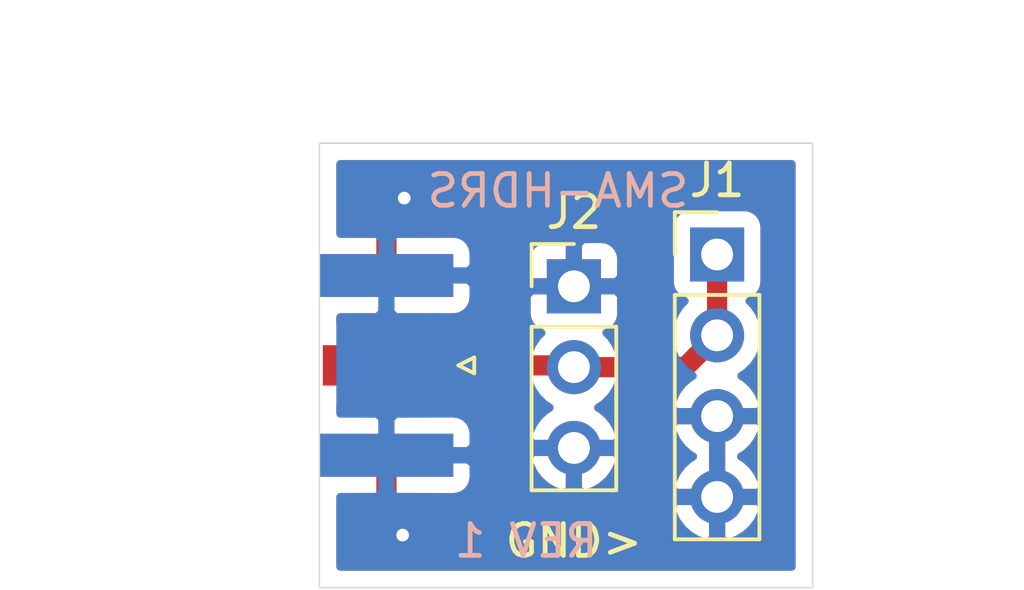
<source format=kicad_pcb>
(kicad_pcb (version 20171130) (host pcbnew "(5.1.10)-1")

  (general
    (thickness 1.6)
    (drawings 9)
    (tracks 12)
    (zones 0)
    (modules 3)
    (nets 3)
  )

  (page A4)
  (layers
    (0 F.Cu signal)
    (31 B.Cu signal hide)
    (36 B.SilkS user)
    (37 F.SilkS user)
    (38 B.Mask user)
    (39 F.Mask user)
    (40 Dwgs.User user)
    (42 Eco1.User user)
    (44 Edge.Cuts user)
    (45 Margin user)
    (46 B.CrtYd user)
    (47 F.CrtYd user)
  )

  (setup
    (last_trace_width 0.25)
    (user_trace_width 0.635)
    (trace_clearance 0.2)
    (zone_clearance 0.508)
    (zone_45_only no)
    (trace_min 0.2)
    (via_size 0.8)
    (via_drill 0.4)
    (via_min_size 0.4)
    (via_min_drill 0.3)
    (uvia_size 0.3)
    (uvia_drill 0.1)
    (uvias_allowed no)
    (uvia_min_size 0.2)
    (uvia_min_drill 0.1)
    (edge_width 0.05)
    (segment_width 0.2)
    (pcb_text_width 0.3)
    (pcb_text_size 1.5 1.5)
    (mod_edge_width 0.12)
    (mod_text_size 1 1)
    (mod_text_width 0.15)
    (pad_size 1.524 1.524)
    (pad_drill 0.762)
    (pad_to_mask_clearance 0)
    (aux_axis_origin 0 0)
    (grid_origin 27.94 22.86)
    (visible_elements 7FFFFF7F)
    (pcbplotparams
      (layerselection 0x010f0_ffffffff)
      (usegerberextensions true)
      (usegerberattributes true)
      (usegerberadvancedattributes true)
      (creategerberjobfile true)
      (excludeedgelayer true)
      (linewidth 0.100000)
      (plotframeref false)
      (viasonmask false)
      (mode 1)
      (useauxorigin true)
      (hpglpennumber 1)
      (hpglpenspeed 20)
      (hpglpendiameter 15.000000)
      (psnegative false)
      (psa4output false)
      (plotreference true)
      (plotvalue true)
      (plotinvisibletext false)
      (padsonsilk false)
      (subtractmaskfromsilk false)
      (outputformat 1)
      (mirror false)
      (drillshape 0)
      (scaleselection 1)
      (outputdirectory "PLOTS/"))
  )

  (net 0 "")
  (net 1 /SIG)
  (net 2 /GND)

  (net_class Default "This is the default net class."
    (clearance 0.2)
    (trace_width 0.25)
    (via_dia 0.8)
    (via_drill 0.4)
    (uvia_dia 0.3)
    (uvia_drill 0.1)
    (add_net /GND)
    (add_net /SIG)
  )

  (module Connector_Coaxial:SMA_Samtec_SMA-J-P-H-ST-EM1_EdgeMount (layer F.Cu) (tedit 5BA382C0) (tstamp 615A06A1)
    (at 30.0482 29.845 180)
    (descr http://suddendocs.samtec.com/prints/sma-j-p-x-st-em1-mkt.pdf)
    (tags SMA)
    (path /6138F9CC)
    (attr smd)
    (fp_text reference P1 (at -3.5 0 90) (layer F.SilkS) hide
      (effects (font (size 1 1) (thickness 0.15)))
    )
    (fp_text value SMA (at 5 5.9) (layer F.Fab)
      (effects (font (size 1 1) (thickness 0.15)))
    )
    (fp_line (start 2.1 -3.5) (end 2.1 3.5) (layer Dwgs.User) (width 0.1))
    (fp_line (start 3 4.5) (end 3 4) (layer B.CrtYd) (width 0.05))
    (fp_line (start 12.12 4.5) (end 3 4.5) (layer B.CrtYd) (width 0.05))
    (fp_line (start 3 -4.5) (end 3 -4) (layer B.CrtYd) (width 0.05))
    (fp_line (start 12.12 -4.5) (end 3 -4.5) (layer B.CrtYd) (width 0.05))
    (fp_line (start 3 -4.5) (end 3 -4) (layer F.CrtYd) (width 0.05))
    (fp_line (start 12.12 -4.5) (end 3 -4.5) (layer F.CrtYd) (width 0.05))
    (fp_line (start 3 4.5) (end 3 4) (layer F.CrtYd) (width 0.05))
    (fp_line (start 12.12 4.5) (end 3 4.5) (layer F.CrtYd) (width 0.05))
    (fp_line (start -1.71 3.175) (end 11.62 3.175) (layer F.Fab) (width 0.1))
    (fp_line (start -1.71 2.365) (end -1.71 3.175) (layer F.Fab) (width 0.1))
    (fp_line (start 2.1 2.365) (end -1.71 2.365) (layer F.Fab) (width 0.1))
    (fp_line (start 2.1 -2.365) (end 2.1 2.365) (layer F.Fab) (width 0.1))
    (fp_line (start -1.71 -2.365) (end 2.1 -2.365) (layer F.Fab) (width 0.1))
    (fp_line (start -1.71 -3.175) (end -1.71 -2.365) (layer F.Fab) (width 0.1))
    (fp_line (start -1.71 -3.175) (end 11.62 -3.175) (layer F.Fab) (width 0.1))
    (fp_line (start 11.62 -3.165) (end 11.62 3.165) (layer F.Fab) (width 0.1))
    (fp_line (start -2.6 4) (end -2.6 -4) (layer B.CrtYd) (width 0.05))
    (fp_line (start 3 4) (end -2.6 4) (layer B.CrtYd) (width 0.05))
    (fp_line (start 12.12 -4.5) (end 12.12 4.5) (layer B.CrtYd) (width 0.05))
    (fp_line (start 3 -4) (end -2.6 -4) (layer B.CrtYd) (width 0.05))
    (fp_line (start -2.6 4) (end -2.6 -4) (layer F.CrtYd) (width 0.05))
    (fp_line (start 3 4) (end -2.6 4) (layer F.CrtYd) (width 0.05))
    (fp_line (start 12.12 -4.5) (end 12.12 4.5) (layer F.CrtYd) (width 0.05))
    (fp_line (start 3 -4) (end -2.6 -4) (layer F.CrtYd) (width 0.05))
    (fp_line (start 2.1 -0.75) (end 3.1 0) (layer F.Fab) (width 0.1))
    (fp_line (start 3.1 0) (end 2.1 0.75) (layer F.Fab) (width 0.1))
    (fp_line (start -2.26 0) (end -2.76 -0.25) (layer F.SilkS) (width 0.12))
    (fp_line (start -2.76 -0.25) (end -2.76 0.25) (layer F.SilkS) (width 0.12))
    (fp_line (start -2.76 0.25) (end -2.26 0) (layer F.SilkS) (width 0.12))
    (fp_text user "PCB Edge" (at 2.6 0 90) (layer Dwgs.User)
      (effects (font (size 0.5 0.5) (thickness 0.1)))
    )
    (fp_text user %R (at 4.79 0 270) (layer F.Fab)
      (effects (font (size 1 1) (thickness 0.15)))
    )
    (pad 1 smd rect (at 0.2 0 270) (size 1.27 3.6) (layers F.Cu F.Paste F.Mask)
      (net 1 /SIG))
    (pad 2 smd rect (at 0 -2.825 270) (size 1.35 4.2) (layers F.Cu F.Paste F.Mask)
      (net 2 /GND))
    (pad 2 smd rect (at 0 2.825 270) (size 1.35 4.2) (layers F.Cu F.Paste F.Mask)
      (net 2 /GND))
    (pad 2 smd rect (at 0 -2.825 270) (size 1.35 4.2) (layers B.Cu B.Paste B.Mask)
      (net 2 /GND))
    (pad 2 smd rect (at 0 2.825 270) (size 1.35 4.2) (layers B.Cu B.Paste B.Mask)
      (net 2 /GND))
    (model ${KISYS3DMOD}/Connector_Coaxial.3dshapes/SMA_Samtec_SMA-J-P-H-ST-EM1_EdgeMount.wrl
      (at (xyz 0 0 0))
      (scale (xyz 1 1 1))
      (rotate (xyz 0 0 0))
    )
  )

  (module Connector_PinHeader_2.54mm:PinHeader_1x04_P2.54mm_Vertical (layer F.Cu) (tedit 59FED5CC) (tstamp 618CEDC7)
    (at 40.44 26.36)
    (descr "Through hole straight pin header, 1x04, 2.54mm pitch, single row")
    (tags "Through hole pin header THT 1x04 2.54mm single row")
    (path /618D0BB6)
    (fp_text reference J1 (at 0 -2.33) (layer F.SilkS)
      (effects (font (size 1 1) (thickness 0.15)))
    )
    (fp_text value Conn_01x04 (at 0 9.95) (layer F.Fab)
      (effects (font (size 1 1) (thickness 0.15)))
    )
    (fp_line (start -0.635 -1.27) (end 1.27 -1.27) (layer F.Fab) (width 0.1))
    (fp_line (start 1.27 -1.27) (end 1.27 8.89) (layer F.Fab) (width 0.1))
    (fp_line (start 1.27 8.89) (end -1.27 8.89) (layer F.Fab) (width 0.1))
    (fp_line (start -1.27 8.89) (end -1.27 -0.635) (layer F.Fab) (width 0.1))
    (fp_line (start -1.27 -0.635) (end -0.635 -1.27) (layer F.Fab) (width 0.1))
    (fp_line (start -1.33 8.95) (end 1.33 8.95) (layer F.SilkS) (width 0.12))
    (fp_line (start -1.33 1.27) (end -1.33 8.95) (layer F.SilkS) (width 0.12))
    (fp_line (start 1.33 1.27) (end 1.33 8.95) (layer F.SilkS) (width 0.12))
    (fp_line (start -1.33 1.27) (end 1.33 1.27) (layer F.SilkS) (width 0.12))
    (fp_line (start -1.33 0) (end -1.33 -1.33) (layer F.SilkS) (width 0.12))
    (fp_line (start -1.33 -1.33) (end 0 -1.33) (layer F.SilkS) (width 0.12))
    (fp_line (start -1.8 -1.8) (end -1.8 9.4) (layer F.CrtYd) (width 0.05))
    (fp_line (start -1.8 9.4) (end 1.8 9.4) (layer F.CrtYd) (width 0.05))
    (fp_line (start 1.8 9.4) (end 1.8 -1.8) (layer F.CrtYd) (width 0.05))
    (fp_line (start 1.8 -1.8) (end -1.8 -1.8) (layer F.CrtYd) (width 0.05))
    (fp_text user %R (at 0 3.81 90) (layer F.Fab)
      (effects (font (size 1 1) (thickness 0.15)))
    )
    (pad 1 thru_hole rect (at 0 0) (size 1.7 1.7) (drill 1) (layers *.Cu *.Mask)
      (net 1 /SIG))
    (pad 2 thru_hole oval (at 0 2.54) (size 1.7 1.7) (drill 1) (layers *.Cu *.Mask)
      (net 1 /SIG))
    (pad 3 thru_hole oval (at 0 5.08) (size 1.7 1.7) (drill 1) (layers *.Cu *.Mask)
      (net 2 /GND))
    (pad 4 thru_hole oval (at 0 7.62) (size 1.7 1.7) (drill 1) (layers *.Cu *.Mask)
      (net 2 /GND))
    (model ${KISYS3DMOD}/Connector_PinHeader_2.54mm.3dshapes/PinHeader_1x04_P2.54mm_Vertical.wrl
      (at (xyz 0 0 0))
      (scale (xyz 1 1 1))
      (rotate (xyz 0 0 0))
    )
  )

  (module Connector_PinHeader_2.54mm:PinHeader_1x03_P2.54mm_Vertical (layer F.Cu) (tedit 59FED5CC) (tstamp 618CEDDE)
    (at 35.94 27.36)
    (descr "Through hole straight pin header, 1x03, 2.54mm pitch, single row")
    (tags "Through hole pin header THT 1x03 2.54mm single row")
    (path /618D16BB)
    (fp_text reference J2 (at 0 -2.33) (layer F.SilkS)
      (effects (font (size 1 1) (thickness 0.15)))
    )
    (fp_text value Conn_01x03 (at 0 7.41) (layer F.Fab)
      (effects (font (size 1 1) (thickness 0.15)))
    )
    (fp_line (start -0.635 -1.27) (end 1.27 -1.27) (layer F.Fab) (width 0.1))
    (fp_line (start 1.27 -1.27) (end 1.27 6.35) (layer F.Fab) (width 0.1))
    (fp_line (start 1.27 6.35) (end -1.27 6.35) (layer F.Fab) (width 0.1))
    (fp_line (start -1.27 6.35) (end -1.27 -0.635) (layer F.Fab) (width 0.1))
    (fp_line (start -1.27 -0.635) (end -0.635 -1.27) (layer F.Fab) (width 0.1))
    (fp_line (start -1.33 6.41) (end 1.33 6.41) (layer F.SilkS) (width 0.12))
    (fp_line (start -1.33 1.27) (end -1.33 6.41) (layer F.SilkS) (width 0.12))
    (fp_line (start 1.33 1.27) (end 1.33 6.41) (layer F.SilkS) (width 0.12))
    (fp_line (start -1.33 1.27) (end 1.33 1.27) (layer F.SilkS) (width 0.12))
    (fp_line (start -1.33 0) (end -1.33 -1.33) (layer F.SilkS) (width 0.12))
    (fp_line (start -1.33 -1.33) (end 0 -1.33) (layer F.SilkS) (width 0.12))
    (fp_line (start -1.8 -1.8) (end -1.8 6.85) (layer F.CrtYd) (width 0.05))
    (fp_line (start -1.8 6.85) (end 1.8 6.85) (layer F.CrtYd) (width 0.05))
    (fp_line (start 1.8 6.85) (end 1.8 -1.8) (layer F.CrtYd) (width 0.05))
    (fp_line (start 1.8 -1.8) (end -1.8 -1.8) (layer F.CrtYd) (width 0.05))
    (fp_text user %R (at 0 2.54 90) (layer F.Fab)
      (effects (font (size 1 1) (thickness 0.15)))
    )
    (pad 1 thru_hole rect (at 0 0) (size 1.7 1.7) (drill 1) (layers *.Cu *.Mask)
      (net 2 /GND))
    (pad 2 thru_hole oval (at 0 2.54) (size 1.7 1.7) (drill 1) (layers *.Cu *.Mask)
      (net 1 /SIG))
    (pad 3 thru_hole oval (at 0 5.08) (size 1.7 1.7) (drill 1) (layers *.Cu *.Mask)
      (net 2 /GND))
    (model ${KISYS3DMOD}/Connector_PinHeader_2.54mm.3dshapes/PinHeader_1x03_P2.54mm_Vertical.wrl
      (at (xyz 0 0 0))
      (scale (xyz 1 1 1))
      (rotate (xyz 0 0 0))
    )
  )

  (gr_text SMA-HDRS (at 35.44 24.36) (layer B.SilkS)
    (effects (font (size 1 1) (thickness 0.15)) (justify mirror))
  )
  (gr_text "REV 1" (at 34.44 35.36) (layer B.SilkS)
    (effects (font (size 1 1) (thickness 0.15)) (justify mirror))
  )
  (gr_text GND> (at 35.94 35.36) (layer F.SilkS)
    (effects (font (size 1 1) (thickness 0.15)))
  )
  (dimension 15.5 (width 0.15) (layer Dwgs.User)
    (gr_text "0.6102362205 in" (at 35.69 19.06) (layer Dwgs.User)
      (effects (font (size 1 1) (thickness 0.15)))
    )
    (feature1 (pts (xy 43.44 22.86) (xy 43.44 19.773579)))
    (feature2 (pts (xy 27.94 22.86) (xy 27.94 19.773579)))
    (crossbar (pts (xy 27.94 20.36) (xy 43.44 20.36)))
    (arrow1a (pts (xy 43.44 20.36) (xy 42.313496 20.946421)))
    (arrow1b (pts (xy 43.44 20.36) (xy 42.313496 19.773579)))
    (arrow2a (pts (xy 27.94 20.36) (xy 29.066504 20.946421)))
    (arrow2b (pts (xy 27.94 20.36) (xy 29.066504 19.773579)))
  )
  (dimension 13.97 (width 0.15) (layer Dwgs.User)
    (gr_text "0.5500 in" (at 48.74 29.845 90) (layer Dwgs.User)
      (effects (font (size 1 1) (thickness 0.15)))
    )
    (feature1 (pts (xy 43.63 22.86) (xy 48.026421 22.86)))
    (feature2 (pts (xy 43.63 36.83) (xy 48.026421 36.83)))
    (crossbar (pts (xy 47.44 36.83) (xy 47.44 22.86)))
    (arrow1a (pts (xy 47.44 22.86) (xy 48.026421 23.986504)))
    (arrow1b (pts (xy 47.44 22.86) (xy 46.853579 23.986504)))
    (arrow2a (pts (xy 47.44 36.83) (xy 48.026421 35.703496)))
    (arrow2b (pts (xy 47.44 36.83) (xy 46.853579 35.703496)))
  )
  (gr_line (start 43.44 36.83) (end 43.44 22.86) (layer Edge.Cuts) (width 0.05) (tstamp 6144C5EB))
  (gr_line (start 27.94 36.83) (end 43.44 36.83) (layer Edge.Cuts) (width 0.05))
  (gr_line (start 27.94 22.86) (end 27.94 36.83) (layer Edge.Cuts) (width 0.05))
  (gr_line (start 27.94 22.86) (end 43.44 22.86) (layer Edge.Cuts) (width 0.05))

  (segment (start 35.885 29.845) (end 35.94 29.9) (width 0.635) (layer F.Cu) (net 1))
  (segment (start 29.8482 29.845) (end 35.885 29.845) (width 0.635) (layer F.Cu) (net 1))
  (segment (start 39.44 29.9) (end 40.44 28.9) (width 0.635) (layer F.Cu) (net 1))
  (segment (start 35.94 29.9) (end 39.44 29.9) (width 0.635) (layer F.Cu) (net 1))
  (segment (start 40.44 28.9) (end 40.44 26.36) (width 0.635) (layer F.Cu) (net 1))
  (via (at 30.607 24.5872) (size 0.8) (drill 0.4) (layers F.Cu B.Cu) (net 2))
  (via (at 30.5562 35.179) (size 0.8) (drill 0.4) (layers F.Cu B.Cu) (net 2))
  (segment (start 35.71 32.67) (end 35.94 32.44) (width 0.635) (layer F.Cu) (net 2))
  (segment (start 30.0482 25.146) (end 30.607 24.5872) (width 0.635) (layer F.Cu) (net 2))
  (segment (start 30.0482 27.02) (end 30.0482 25.146) (width 0.635) (layer F.Cu) (net 2))
  (segment (start 30.0482 34.671) (end 30.5562 35.179) (width 0.635) (layer F.Cu) (net 2))
  (segment (start 30.0482 32.67) (end 30.0482 34.671) (width 0.635) (layer F.Cu) (net 2))

  (zone (net 2) (net_name /GND) (layer F.Cu) (tstamp 618CF041) (hatch edge 0.508)
    (connect_pads (clearance 0.508))
    (min_thickness 0.254)
    (fill yes (arc_segments 32) (thermal_gap 0.508) (thermal_bridge_width 0.508))
    (polygon
      (pts
        (xy 42.94 36.4744) (xy 27.9146 36.4744) (xy 27.9146 23.3426) (xy 42.94 23.3426)
      )
    )
    (filled_polygon
      (pts
        (xy 42.78 36.17) (xy 28.6 36.17) (xy 28.6 34.33689) (xy 38.998524 34.33689) (xy 39.043175 34.484099)
        (xy 39.168359 34.74692) (xy 39.342412 34.980269) (xy 39.558645 35.175178) (xy 39.808748 35.324157) (xy 40.083109 35.421481)
        (xy 40.313 35.300814) (xy 40.313 34.107) (xy 40.567 34.107) (xy 40.567 35.300814) (xy 40.796891 35.421481)
        (xy 41.071252 35.324157) (xy 41.321355 35.175178) (xy 41.537588 34.980269) (xy 41.711641 34.74692) (xy 41.836825 34.484099)
        (xy 41.881476 34.33689) (xy 41.760155 34.107) (xy 40.567 34.107) (xy 40.313 34.107) (xy 39.119845 34.107)
        (xy 38.998524 34.33689) (xy 28.6 34.33689) (xy 28.6 33.981968) (xy 29.76245 33.98) (xy 29.9212 33.82125)
        (xy 29.9212 32.797) (xy 30.1752 32.797) (xy 30.1752 33.82125) (xy 30.33395 33.98) (xy 32.1482 33.983072)
        (xy 32.272682 33.970812) (xy 32.39238 33.934502) (xy 32.502694 33.875537) (xy 32.599385 33.796185) (xy 32.678737 33.699494)
        (xy 32.737702 33.58918) (xy 32.774012 33.469482) (xy 32.786272 33.345) (xy 32.7832 32.95575) (xy 32.62445 32.797)
        (xy 30.1752 32.797) (xy 29.9212 32.797) (xy 29.9012 32.797) (xy 29.9012 32.79689) (xy 34.498524 32.79689)
        (xy 34.543175 32.944099) (xy 34.668359 33.20692) (xy 34.842412 33.440269) (xy 35.058645 33.635178) (xy 35.308748 33.784157)
        (xy 35.583109 33.881481) (xy 35.813 33.760814) (xy 35.813 32.567) (xy 36.067 32.567) (xy 36.067 33.760814)
        (xy 36.296891 33.881481) (xy 36.571252 33.784157) (xy 36.821355 33.635178) (xy 37.037588 33.440269) (xy 37.211641 33.20692)
        (xy 37.336825 32.944099) (xy 37.381476 32.79689) (xy 37.260155 32.567) (xy 36.067 32.567) (xy 35.813 32.567)
        (xy 34.619845 32.567) (xy 34.498524 32.79689) (xy 29.9012 32.79689) (xy 29.9012 32.543) (xy 29.9212 32.543)
        (xy 29.9212 31.51875) (xy 30.1752 31.51875) (xy 30.1752 32.543) (xy 32.62445 32.543) (xy 32.7832 32.38425)
        (xy 32.786272 31.995) (xy 32.774012 31.870518) (xy 32.737702 31.75082) (xy 32.678737 31.640506) (xy 32.599385 31.543815)
        (xy 32.502694 31.464463) (xy 32.39238 31.405498) (xy 32.272682 31.369188) (xy 32.1482 31.356928) (xy 30.33395 31.36)
        (xy 30.1752 31.51875) (xy 29.9212 31.51875) (xy 29.76245 31.36) (xy 28.6 31.358032) (xy 28.6 31.118072)
        (xy 31.6482 31.118072) (xy 31.772682 31.105812) (xy 31.89238 31.069502) (xy 32.002694 31.010537) (xy 32.099385 30.931185)
        (xy 32.178737 30.834494) (xy 32.198511 30.7975) (xy 34.753696 30.7975) (xy 34.786525 30.846632) (xy 34.993368 31.053475)
        (xy 35.175534 31.175195) (xy 35.058645 31.244822) (xy 34.842412 31.439731) (xy 34.668359 31.67308) (xy 34.543175 31.935901)
        (xy 34.498524 32.08311) (xy 34.619845 32.313) (xy 35.813 32.313) (xy 35.813 32.293) (xy 36.067 32.293)
        (xy 36.067 32.313) (xy 37.260155 32.313) (xy 37.381476 32.08311) (xy 37.336825 31.935901) (xy 37.270613 31.79689)
        (xy 38.998524 31.79689) (xy 39.043175 31.944099) (xy 39.168359 32.20692) (xy 39.342412 32.440269) (xy 39.558645 32.635178)
        (xy 39.684255 32.71) (xy 39.558645 32.784822) (xy 39.342412 32.979731) (xy 39.168359 33.21308) (xy 39.043175 33.475901)
        (xy 38.998524 33.62311) (xy 39.119845 33.853) (xy 40.313 33.853) (xy 40.313 31.567) (xy 40.567 31.567)
        (xy 40.567 33.853) (xy 41.760155 33.853) (xy 41.881476 33.62311) (xy 41.836825 33.475901) (xy 41.711641 33.21308)
        (xy 41.537588 32.979731) (xy 41.321355 32.784822) (xy 41.195745 32.71) (xy 41.321355 32.635178) (xy 41.537588 32.440269)
        (xy 41.711641 32.20692) (xy 41.836825 31.944099) (xy 41.881476 31.79689) (xy 41.760155 31.567) (xy 40.567 31.567)
        (xy 40.313 31.567) (xy 39.119845 31.567) (xy 38.998524 31.79689) (xy 37.270613 31.79689) (xy 37.211641 31.67308)
        (xy 37.037588 31.439731) (xy 36.821355 31.244822) (xy 36.704466 31.175195) (xy 36.886632 31.053475) (xy 37.087607 30.8525)
        (xy 39.0829 30.8525) (xy 39.043175 30.935901) (xy 38.998524 31.08311) (xy 39.119845 31.313) (xy 40.313 31.313)
        (xy 40.313 31.293) (xy 40.567 31.293) (xy 40.567 31.313) (xy 41.760155 31.313) (xy 41.881476 31.08311)
        (xy 41.836825 30.935901) (xy 41.711641 30.67308) (xy 41.537588 30.439731) (xy 41.321355 30.244822) (xy 41.204466 30.175195)
        (xy 41.386632 30.053475) (xy 41.593475 29.846632) (xy 41.75599 29.603411) (xy 41.867932 29.333158) (xy 41.925 29.04626)
        (xy 41.925 28.75374) (xy 41.867932 28.466842) (xy 41.75599 28.196589) (xy 41.593475 27.953368) (xy 41.46162 27.821513)
        (xy 41.53418 27.799502) (xy 41.644494 27.740537) (xy 41.741185 27.661185) (xy 41.820537 27.564494) (xy 41.879502 27.45418)
        (xy 41.915812 27.334482) (xy 41.928072 27.21) (xy 41.928072 25.51) (xy 41.915812 25.385518) (xy 41.879502 25.26582)
        (xy 41.820537 25.155506) (xy 41.741185 25.058815) (xy 41.644494 24.979463) (xy 41.53418 24.920498) (xy 41.414482 24.884188)
        (xy 41.29 24.871928) (xy 39.59 24.871928) (xy 39.465518 24.884188) (xy 39.34582 24.920498) (xy 39.235506 24.979463)
        (xy 39.138815 25.058815) (xy 39.059463 25.155506) (xy 39.000498 25.26582) (xy 38.964188 25.385518) (xy 38.951928 25.51)
        (xy 38.951928 27.21) (xy 38.964188 27.334482) (xy 39.000498 27.45418) (xy 39.059463 27.564494) (xy 39.138815 27.661185)
        (xy 39.235506 27.740537) (xy 39.34582 27.799502) (xy 39.41838 27.821513) (xy 39.286525 27.953368) (xy 39.12401 28.196589)
        (xy 39.012068 28.466842) (xy 38.955 28.75374) (xy 38.955 28.9475) (xy 37.087607 28.9475) (xy 36.96162 28.821513)
        (xy 37.03418 28.799502) (xy 37.144494 28.740537) (xy 37.241185 28.661185) (xy 37.320537 28.564494) (xy 37.379502 28.45418)
        (xy 37.415812 28.334482) (xy 37.428072 28.21) (xy 37.425 27.64575) (xy 37.26625 27.487) (xy 36.067 27.487)
        (xy 36.067 27.507) (xy 35.813 27.507) (xy 35.813 27.487) (xy 34.61375 27.487) (xy 34.455 27.64575)
        (xy 34.451928 28.21) (xy 34.464188 28.334482) (xy 34.500498 28.45418) (xy 34.559463 28.564494) (xy 34.638815 28.661185)
        (xy 34.735506 28.740537) (xy 34.84582 28.799502) (xy 34.91838 28.821513) (xy 34.847393 28.8925) (xy 32.198511 28.8925)
        (xy 32.178737 28.855506) (xy 32.099385 28.758815) (xy 32.002694 28.679463) (xy 31.89238 28.620498) (xy 31.772682 28.584188)
        (xy 31.6482 28.571928) (xy 28.6 28.571928) (xy 28.6 28.331968) (xy 29.76245 28.33) (xy 29.9212 28.17125)
        (xy 29.9212 27.147) (xy 30.1752 27.147) (xy 30.1752 28.17125) (xy 30.33395 28.33) (xy 32.1482 28.333072)
        (xy 32.272682 28.320812) (xy 32.39238 28.284502) (xy 32.502694 28.225537) (xy 32.599385 28.146185) (xy 32.678737 28.049494)
        (xy 32.737702 27.93918) (xy 32.774012 27.819482) (xy 32.786272 27.695) (xy 32.7832 27.30575) (xy 32.62445 27.147)
        (xy 30.1752 27.147) (xy 29.9212 27.147) (xy 29.9012 27.147) (xy 29.9012 26.893) (xy 29.9212 26.893)
        (xy 29.9212 25.86875) (xy 30.1752 25.86875) (xy 30.1752 26.893) (xy 32.62445 26.893) (xy 32.7832 26.73425)
        (xy 32.784969 26.51) (xy 34.451928 26.51) (xy 34.455 27.07425) (xy 34.61375 27.233) (xy 35.813 27.233)
        (xy 35.813 26.03375) (xy 36.067 26.03375) (xy 36.067 27.233) (xy 37.26625 27.233) (xy 37.425 27.07425)
        (xy 37.428072 26.51) (xy 37.415812 26.385518) (xy 37.379502 26.26582) (xy 37.320537 26.155506) (xy 37.241185 26.058815)
        (xy 37.144494 25.979463) (xy 37.03418 25.920498) (xy 36.914482 25.884188) (xy 36.79 25.871928) (xy 36.22575 25.875)
        (xy 36.067 26.03375) (xy 35.813 26.03375) (xy 35.65425 25.875) (xy 35.09 25.871928) (xy 34.965518 25.884188)
        (xy 34.84582 25.920498) (xy 34.735506 25.979463) (xy 34.638815 26.058815) (xy 34.559463 26.155506) (xy 34.500498 26.26582)
        (xy 34.464188 26.385518) (xy 34.451928 26.51) (xy 32.784969 26.51) (xy 32.786272 26.345) (xy 32.774012 26.220518)
        (xy 32.737702 26.10082) (xy 32.678737 25.990506) (xy 32.599385 25.893815) (xy 32.502694 25.814463) (xy 32.39238 25.755498)
        (xy 32.272682 25.719188) (xy 32.1482 25.706928) (xy 30.33395 25.71) (xy 30.1752 25.86875) (xy 29.9212 25.86875)
        (xy 29.76245 25.71) (xy 28.6 25.708032) (xy 28.6 23.52) (xy 42.780001 23.52)
      )
    )
  )
  (zone (net 2) (net_name /GND) (layer B.Cu) (tstamp 618CF03E) (hatch edge 0.508)
    (connect_pads (clearance 0.508))
    (min_thickness 0.254)
    (fill yes (arc_segments 32) (thermal_gap 0.508) (thermal_bridge_width 0.508))
    (polygon
      (pts
        (xy 42.9273 36.5252) (xy 27.8638 36.4236) (xy 27.9654 23.3426) (xy 42.9527 23.3426)
      )
    )
    (filled_polygon
      (pts
        (xy 42.78 36.17) (xy 28.6 36.17) (xy 28.6 34.33689) (xy 38.998524 34.33689) (xy 39.043175 34.484099)
        (xy 39.168359 34.74692) (xy 39.342412 34.980269) (xy 39.558645 35.175178) (xy 39.808748 35.324157) (xy 40.083109 35.421481)
        (xy 40.313 35.300814) (xy 40.313 34.107) (xy 40.567 34.107) (xy 40.567 35.300814) (xy 40.796891 35.421481)
        (xy 41.071252 35.324157) (xy 41.321355 35.175178) (xy 41.537588 34.980269) (xy 41.711641 34.74692) (xy 41.836825 34.484099)
        (xy 41.881476 34.33689) (xy 41.760155 34.107) (xy 40.567 34.107) (xy 40.313 34.107) (xy 39.119845 34.107)
        (xy 38.998524 34.33689) (xy 28.6 34.33689) (xy 28.6 33.981968) (xy 29.76245 33.98) (xy 29.9212 33.82125)
        (xy 29.9212 32.797) (xy 30.1752 32.797) (xy 30.1752 33.82125) (xy 30.33395 33.98) (xy 32.1482 33.983072)
        (xy 32.272682 33.970812) (xy 32.39238 33.934502) (xy 32.502694 33.875537) (xy 32.599385 33.796185) (xy 32.678737 33.699494)
        (xy 32.737702 33.58918) (xy 32.774012 33.469482) (xy 32.786272 33.345) (xy 32.7832 32.95575) (xy 32.62445 32.797)
        (xy 30.1752 32.797) (xy 29.9212 32.797) (xy 29.9012 32.797) (xy 29.9012 32.79689) (xy 34.498524 32.79689)
        (xy 34.543175 32.944099) (xy 34.668359 33.20692) (xy 34.842412 33.440269) (xy 35.058645 33.635178) (xy 35.308748 33.784157)
        (xy 35.583109 33.881481) (xy 35.813 33.760814) (xy 35.813 32.567) (xy 36.067 32.567) (xy 36.067 33.760814)
        (xy 36.296891 33.881481) (xy 36.571252 33.784157) (xy 36.821355 33.635178) (xy 37.037588 33.440269) (xy 37.211641 33.20692)
        (xy 37.336825 32.944099) (xy 37.381476 32.79689) (xy 37.260155 32.567) (xy 36.067 32.567) (xy 35.813 32.567)
        (xy 34.619845 32.567) (xy 34.498524 32.79689) (xy 29.9012 32.79689) (xy 29.9012 32.543) (xy 29.9212 32.543)
        (xy 29.9212 31.51875) (xy 30.1752 31.51875) (xy 30.1752 32.543) (xy 32.62445 32.543) (xy 32.7832 32.38425)
        (xy 32.786272 31.995) (xy 32.774012 31.870518) (xy 32.737702 31.75082) (xy 32.678737 31.640506) (xy 32.599385 31.543815)
        (xy 32.502694 31.464463) (xy 32.39238 31.405498) (xy 32.272682 31.369188) (xy 32.1482 31.356928) (xy 30.33395 31.36)
        (xy 30.1752 31.51875) (xy 29.9212 31.51875) (xy 29.76245 31.36) (xy 28.6 31.358032) (xy 28.6 28.331968)
        (xy 29.76245 28.33) (xy 29.9212 28.17125) (xy 29.9212 27.147) (xy 30.1752 27.147) (xy 30.1752 28.17125)
        (xy 30.33395 28.33) (xy 32.1482 28.333072) (xy 32.272682 28.320812) (xy 32.39238 28.284502) (xy 32.502694 28.225537)
        (xy 32.521625 28.21) (xy 34.451928 28.21) (xy 34.464188 28.334482) (xy 34.500498 28.45418) (xy 34.559463 28.564494)
        (xy 34.638815 28.661185) (xy 34.735506 28.740537) (xy 34.84582 28.799502) (xy 34.91838 28.821513) (xy 34.786525 28.953368)
        (xy 34.62401 29.196589) (xy 34.512068 29.466842) (xy 34.455 29.75374) (xy 34.455 30.04626) (xy 34.512068 30.333158)
        (xy 34.62401 30.603411) (xy 34.786525 30.846632) (xy 34.993368 31.053475) (xy 35.175534 31.175195) (xy 35.058645 31.244822)
        (xy 34.842412 31.439731) (xy 34.668359 31.67308) (xy 34.543175 31.935901) (xy 34.498524 32.08311) (xy 34.619845 32.313)
        (xy 35.813 32.313) (xy 35.813 32.293) (xy 36.067 32.293) (xy 36.067 32.313) (xy 37.260155 32.313)
        (xy 37.381476 32.08311) (xy 37.336825 31.935901) (xy 37.270613 31.79689) (xy 38.998524 31.79689) (xy 39.043175 31.944099)
        (xy 39.168359 32.20692) (xy 39.342412 32.440269) (xy 39.558645 32.635178) (xy 39.684255 32.71) (xy 39.558645 32.784822)
        (xy 39.342412 32.979731) (xy 39.168359 33.21308) (xy 39.043175 33.475901) (xy 38.998524 33.62311) (xy 39.119845 33.853)
        (xy 40.313 33.853) (xy 40.313 31.567) (xy 40.567 31.567) (xy 40.567 33.853) (xy 41.760155 33.853)
        (xy 41.881476 33.62311) (xy 41.836825 33.475901) (xy 41.711641 33.21308) (xy 41.537588 32.979731) (xy 41.321355 32.784822)
        (xy 41.195745 32.71) (xy 41.321355 32.635178) (xy 41.537588 32.440269) (xy 41.711641 32.20692) (xy 41.836825 31.944099)
        (xy 41.881476 31.79689) (xy 41.760155 31.567) (xy 40.567 31.567) (xy 40.313 31.567) (xy 39.119845 31.567)
        (xy 38.998524 31.79689) (xy 37.270613 31.79689) (xy 37.211641 31.67308) (xy 37.037588 31.439731) (xy 36.821355 31.244822)
        (xy 36.704466 31.175195) (xy 36.886632 31.053475) (xy 37.093475 30.846632) (xy 37.25599 30.603411) (xy 37.367932 30.333158)
        (xy 37.425 30.04626) (xy 37.425 29.75374) (xy 37.367932 29.466842) (xy 37.25599 29.196589) (xy 37.093475 28.953368)
        (xy 36.96162 28.821513) (xy 37.03418 28.799502) (xy 37.144494 28.740537) (xy 37.241185 28.661185) (xy 37.320537 28.564494)
        (xy 37.379502 28.45418) (xy 37.415812 28.334482) (xy 37.428072 28.21) (xy 37.425 27.64575) (xy 37.26625 27.487)
        (xy 36.067 27.487) (xy 36.067 27.507) (xy 35.813 27.507) (xy 35.813 27.487) (xy 34.61375 27.487)
        (xy 34.455 27.64575) (xy 34.451928 28.21) (xy 32.521625 28.21) (xy 32.599385 28.146185) (xy 32.678737 28.049494)
        (xy 32.737702 27.93918) (xy 32.774012 27.819482) (xy 32.786272 27.695) (xy 32.7832 27.30575) (xy 32.62445 27.147)
        (xy 30.1752 27.147) (xy 29.9212 27.147) (xy 29.9012 27.147) (xy 29.9012 26.893) (xy 29.9212 26.893)
        (xy 29.9212 25.86875) (xy 30.1752 25.86875) (xy 30.1752 26.893) (xy 32.62445 26.893) (xy 32.7832 26.73425)
        (xy 32.784969 26.51) (xy 34.451928 26.51) (xy 34.455 27.07425) (xy 34.61375 27.233) (xy 35.813 27.233)
        (xy 35.813 26.03375) (xy 36.067 26.03375) (xy 36.067 27.233) (xy 37.26625 27.233) (xy 37.425 27.07425)
        (xy 37.428072 26.51) (xy 37.415812 26.385518) (xy 37.379502 26.26582) (xy 37.320537 26.155506) (xy 37.241185 26.058815)
        (xy 37.144494 25.979463) (xy 37.03418 25.920498) (xy 36.914482 25.884188) (xy 36.79 25.871928) (xy 36.22575 25.875)
        (xy 36.067 26.03375) (xy 35.813 26.03375) (xy 35.65425 25.875) (xy 35.09 25.871928) (xy 34.965518 25.884188)
        (xy 34.84582 25.920498) (xy 34.735506 25.979463) (xy 34.638815 26.058815) (xy 34.559463 26.155506) (xy 34.500498 26.26582)
        (xy 34.464188 26.385518) (xy 34.451928 26.51) (xy 32.784969 26.51) (xy 32.786272 26.345) (xy 32.774012 26.220518)
        (xy 32.737702 26.10082) (xy 32.678737 25.990506) (xy 32.599385 25.893815) (xy 32.502694 25.814463) (xy 32.39238 25.755498)
        (xy 32.272682 25.719188) (xy 32.1482 25.706928) (xy 30.33395 25.71) (xy 30.1752 25.86875) (xy 29.9212 25.86875)
        (xy 29.76245 25.71) (xy 28.6 25.708032) (xy 28.6 25.51) (xy 38.951928 25.51) (xy 38.951928 27.21)
        (xy 38.964188 27.334482) (xy 39.000498 27.45418) (xy 39.059463 27.564494) (xy 39.138815 27.661185) (xy 39.235506 27.740537)
        (xy 39.34582 27.799502) (xy 39.41838 27.821513) (xy 39.286525 27.953368) (xy 39.12401 28.196589) (xy 39.012068 28.466842)
        (xy 38.955 28.75374) (xy 38.955 29.04626) (xy 39.012068 29.333158) (xy 39.12401 29.603411) (xy 39.286525 29.846632)
        (xy 39.493368 30.053475) (xy 39.675534 30.175195) (xy 39.558645 30.244822) (xy 39.342412 30.439731) (xy 39.168359 30.67308)
        (xy 39.043175 30.935901) (xy 38.998524 31.08311) (xy 39.119845 31.313) (xy 40.313 31.313) (xy 40.313 31.293)
        (xy 40.567 31.293) (xy 40.567 31.313) (xy 41.760155 31.313) (xy 41.881476 31.08311) (xy 41.836825 30.935901)
        (xy 41.711641 30.67308) (xy 41.537588 30.439731) (xy 41.321355 30.244822) (xy 41.204466 30.175195) (xy 41.386632 30.053475)
        (xy 41.593475 29.846632) (xy 41.75599 29.603411) (xy 41.867932 29.333158) (xy 41.925 29.04626) (xy 41.925 28.75374)
        (xy 41.867932 28.466842) (xy 41.75599 28.196589) (xy 41.593475 27.953368) (xy 41.46162 27.821513) (xy 41.53418 27.799502)
        (xy 41.644494 27.740537) (xy 41.741185 27.661185) (xy 41.820537 27.564494) (xy 41.879502 27.45418) (xy 41.915812 27.334482)
        (xy 41.928072 27.21) (xy 41.928072 25.51) (xy 41.915812 25.385518) (xy 41.879502 25.26582) (xy 41.820537 25.155506)
        (xy 41.741185 25.058815) (xy 41.644494 24.979463) (xy 41.53418 24.920498) (xy 41.414482 24.884188) (xy 41.29 24.871928)
        (xy 39.59 24.871928) (xy 39.465518 24.884188) (xy 39.34582 24.920498) (xy 39.235506 24.979463) (xy 39.138815 25.058815)
        (xy 39.059463 25.155506) (xy 39.000498 25.26582) (xy 38.964188 25.385518) (xy 38.951928 25.51) (xy 28.6 25.51)
        (xy 28.6 23.52) (xy 42.780001 23.52)
      )
    )
  )
)

</source>
